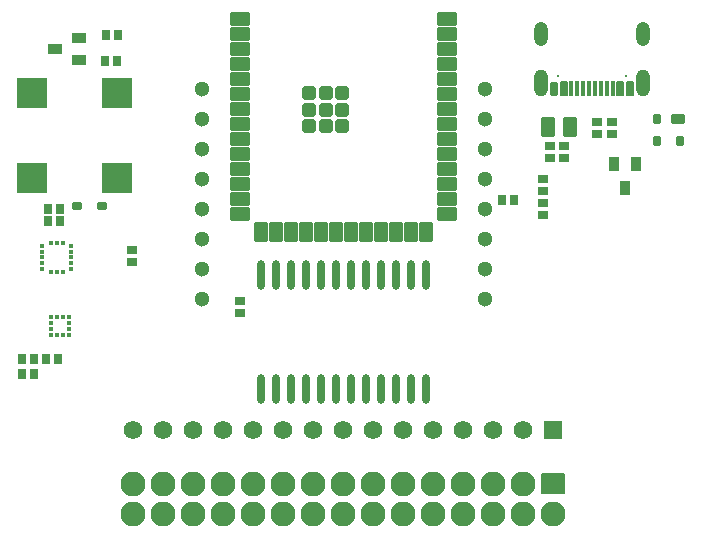
<source format=gbr>
%TF.GenerationSoftware,KiCad,Pcbnew,9.0.6*%
%TF.CreationDate,2025-12-04T12:23:30+01:00*%
%TF.ProjectId,Motherboard,4d6f7468-6572-4626-9f61-72642e6b6963,rev?*%
%TF.SameCoordinates,Original*%
%TF.FileFunction,Soldermask,Top*%
%TF.FilePolarity,Negative*%
%FSLAX46Y46*%
G04 Gerber Fmt 4.6, Leading zero omitted, Abs format (unit mm)*
G04 Created by KiCad (PCBNEW 9.0.6) date 2025-12-04 12:23:30*
%MOMM*%
%LPD*%
G01*
G04 APERTURE LIST*
G04 Aperture macros list*
%AMRoundRect*
0 Rectangle with rounded corners*
0 $1 Rounding radius*
0 $2 $3 $4 $5 $6 $7 $8 $9 X,Y pos of 4 corners*
0 Add a 4 corners polygon primitive as box body*
4,1,4,$2,$3,$4,$5,$6,$7,$8,$9,$2,$3,0*
0 Add four circle primitives for the rounded corners*
1,1,$1+$1,$2,$3*
1,1,$1+$1,$4,$5*
1,1,$1+$1,$6,$7*
1,1,$1+$1,$8,$9*
0 Add four rect primitives between the rounded corners*
20,1,$1+$1,$2,$3,$4,$5,0*
20,1,$1+$1,$4,$5,$6,$7,0*
20,1,$1+$1,$6,$7,$8,$9,0*
20,1,$1+$1,$8,$9,$2,$3,0*%
G04 Aperture macros list end*
%ADD10RoundRect,0.060000X-0.300000X-0.350000X0.300000X-0.350000X0.300000X0.350000X-0.300000X0.350000X0*%
%ADD11O,0.660010X2.532020*%
%ADD12R,0.350000X0.450000*%
%ADD13R,0.450000X0.350000*%
%ADD14R,0.350000X0.375000*%
%ADD15R,0.375000X0.350000*%
%ADD16RoundRect,0.060000X0.350000X-0.300000X0.350000X0.300000X-0.350000X0.300000X-0.350000X-0.300000X0*%
%ADD17C,1.300000*%
%ADD18RoundRect,0.101600X0.950000X0.787400X-0.950000X0.787400X-0.950000X-0.787400X0.950000X-0.787400X0*%
%ADD19C,2.103200*%
%ADD20C,1.570000*%
%ADD21R,1.570000X1.570000*%
%ADD22RoundRect,0.101600X0.500000X0.725000X-0.500000X0.725000X-0.500000X-0.725000X0.500000X-0.725000X0*%
%ADD23RoundRect,0.101600X-0.295000X-0.225000X0.295000X-0.225000X0.295000X0.225000X-0.295000X0.225000X0*%
%ADD24RoundRect,0.101600X1.200025X-1.200025X1.200025X1.200025X-1.200025X1.200025X-1.200025X-1.200025X0*%
%ADD25RoundRect,0.060000X0.300000X0.350000X-0.300000X0.350000X-0.300000X-0.350000X0.300000X-0.350000X0*%
%ADD26RoundRect,0.101600X0.500000X-0.350000X0.500000X0.350000X-0.500000X0.350000X-0.500000X-0.350000X0*%
%ADD27RoundRect,0.060000X-0.350000X0.300000X-0.350000X-0.300000X0.350000X-0.300000X0.350000X0.300000X0*%
%ADD28RoundRect,0.101600X-0.450000X-0.450000X0.450000X-0.450000X0.450000X0.450000X-0.450000X0.450000X0*%
%ADD29RoundRect,0.101600X-0.750000X-0.450000X0.750000X-0.450000X0.750000X0.450000X-0.750000X0.450000X0*%
%ADD30RoundRect,0.101600X0.450000X-0.750000X0.450000X0.750000X-0.450000X0.750000X-0.450000X-0.750000X0*%
%ADD31RoundRect,0.101600X0.750000X0.450000X-0.750000X0.450000X-0.750000X-0.450000X0.750000X-0.450000X0*%
%ADD32RoundRect,0.060000X0.150000X0.575000X-0.150000X0.575000X-0.150000X-0.575000X0.150000X-0.575000X0*%
%ADD33RoundRect,0.060000X0.250000X0.575000X-0.250000X0.575000X-0.250000X-0.575000X0.250000X-0.575000X0*%
%ADD34O,1.203200X2.053200*%
%ADD35O,1.203200X2.303200*%
%ADD36RoundRect,0.060000X0.250000X0.550000X-0.250000X0.550000X-0.250000X-0.550000X0.250000X-0.550000X0*%
%ADD37C,0.204200*%
%ADD38RoundRect,0.101600X0.350000X0.500000X-0.350000X0.500000X-0.350000X-0.500000X0.350000X-0.500000X0*%
%ADD39RoundRect,0.101600X0.450000X0.300000X-0.450000X0.300000X-0.450000X-0.300000X0.450000X-0.300000X0*%
%ADD40RoundRect,0.101600X0.250000X0.300000X-0.250000X0.300000X-0.250000X-0.300000X0.250000X-0.300000X0*%
G04 APERTURE END LIST*
D10*
%TO.C,R9*%
X128466099Y-84517115D03*
X129466099Y-84517115D03*
%TD*%
D11*
%TO.C,U6*%
X155511099Y-104842115D03*
X154241099Y-104842115D03*
X152971099Y-104842115D03*
X151701099Y-104842115D03*
X150431099Y-104842115D03*
X144081099Y-104842115D03*
X145351099Y-104842115D03*
X146621099Y-104842115D03*
X147891099Y-104842115D03*
X149161099Y-104842115D03*
X142811099Y-104842115D03*
X141541099Y-104842115D03*
X141541099Y-114494115D03*
X142811099Y-114494115D03*
X149161099Y-114494115D03*
X147891099Y-114494115D03*
X146621099Y-114494115D03*
X145351099Y-114494115D03*
X144081099Y-114494115D03*
X150431099Y-114494115D03*
X151701099Y-114494115D03*
X152971099Y-114494115D03*
X154241099Y-114494115D03*
X155511099Y-114494115D03*
%TD*%
D12*
%TO.C,U5*%
X123744099Y-102112115D03*
X124244099Y-102112115D03*
X124744099Y-102112115D03*
D13*
X125469099Y-102337115D03*
X125469099Y-102837115D03*
X125469099Y-103337115D03*
X125469099Y-103837115D03*
X125469099Y-104337115D03*
D12*
X124744099Y-104562115D03*
X124244099Y-104562115D03*
X123744099Y-104562115D03*
D13*
X123019099Y-104337115D03*
X123019099Y-103837115D03*
X123019099Y-103337115D03*
X123019099Y-102837115D03*
X123019099Y-102337115D03*
%TD*%
D14*
%TO.C,U4*%
X124252109Y-108398125D03*
X124752109Y-108398125D03*
X124752109Y-109923125D03*
X124252109Y-109923125D03*
D15*
X125264609Y-108410625D03*
X125264609Y-108910625D03*
X125264609Y-109410625D03*
X125264609Y-109910625D03*
X123739609Y-109910625D03*
X123739609Y-109410625D03*
X123739609Y-108910625D03*
X123739609Y-108410625D03*
%TD*%
D10*
%TO.C,R8*%
X128316099Y-86681115D03*
X129316099Y-86681115D03*
%TD*%
D16*
%TO.C,R7*%
X139738099Y-108009115D03*
X139738099Y-107009115D03*
%TD*%
D17*
%TO.C,L1*%
X136526119Y-89094115D03*
X136526119Y-91634115D03*
X136526119Y-94174115D03*
X136526119Y-96714115D03*
X136526119Y-99254125D03*
X136526119Y-101794125D03*
X136526119Y-104334125D03*
X136526119Y-106874125D03*
X160526079Y-106874125D03*
X160526079Y-104334125D03*
X160526079Y-101794125D03*
X160526079Y-99254125D03*
X160526079Y-96714115D03*
X160526079Y-94174115D03*
X160526079Y-91634115D03*
X160526079Y-89094115D03*
%TD*%
D18*
%TO.C,J2*%
X166306099Y-122495115D03*
D19*
X166306099Y-125035115D03*
X163766099Y-122495115D03*
X163766099Y-125035115D03*
X161226099Y-122495115D03*
X161226099Y-125035115D03*
X158686099Y-122495115D03*
X158686099Y-125035115D03*
X156146099Y-122495115D03*
X156146099Y-125035115D03*
X153606099Y-122495115D03*
X153606099Y-125035115D03*
X151066099Y-122495115D03*
X151066099Y-125035115D03*
X148526099Y-122495115D03*
X148526099Y-125035115D03*
X145986099Y-122495115D03*
X145986099Y-125035115D03*
X143446099Y-122495115D03*
X143446099Y-125035115D03*
X140906099Y-122495115D03*
X140906099Y-125035115D03*
X138366099Y-122495115D03*
X138366099Y-125035115D03*
X135826099Y-122495115D03*
X135826099Y-125035115D03*
X133286099Y-122495115D03*
X133286099Y-125035115D03*
X130746099Y-122495115D03*
X130746099Y-125035115D03*
%TD*%
D20*
%TO.C,J1*%
X130746099Y-117923115D03*
X133286099Y-117923115D03*
X135826099Y-117923115D03*
X138366099Y-117923115D03*
X140906099Y-117923115D03*
X143446099Y-117923115D03*
X145986099Y-117923115D03*
X148526099Y-117923115D03*
X151066099Y-117923115D03*
X153606099Y-117923115D03*
X156146099Y-117923115D03*
X158686099Y-117923115D03*
X161226099Y-117923115D03*
X163766099Y-117923115D03*
D21*
X166306099Y-117923115D03*
%TD*%
D22*
%TO.C,F1*%
X165839099Y-92269115D03*
X167739099Y-92269115D03*
%TD*%
D23*
%TO.C,D1*%
X125983099Y-99000115D03*
X128093099Y-99000115D03*
%TD*%
D24*
%TO.C,BUZ1*%
X122168159Y-96630935D03*
X122168409Y-89431555D03*
X129368039Y-89431295D03*
X129368039Y-96630935D03*
%TD*%
D16*
%TO.C,C1*%
X166027099Y-93936115D03*
X166027099Y-94936115D03*
%TD*%
%TO.C,C2*%
X167170099Y-93928095D03*
X167170099Y-94928085D03*
%TD*%
D10*
%TO.C,C3*%
X124490119Y-99254115D03*
X123490129Y-99254115D03*
%TD*%
D25*
%TO.C,C4*%
X123490079Y-100270115D03*
X124490069Y-100270115D03*
%TD*%
D10*
%TO.C,C5*%
X122323099Y-111954115D03*
X121323099Y-111954115D03*
%TD*%
%TO.C,C6*%
X122331119Y-113224115D03*
X121331129Y-113224115D03*
%TD*%
D25*
%TO.C,C7*%
X123363079Y-111954115D03*
X124363069Y-111954115D03*
%TD*%
D26*
%TO.C,Q1*%
X124133099Y-85665115D03*
X126133099Y-84715105D03*
X126133099Y-86615125D03*
%TD*%
D27*
%TO.C,R1*%
X171234099Y-92896135D03*
X171234099Y-91896145D03*
%TD*%
%TO.C,R2*%
X169964099Y-92896135D03*
X169964099Y-91896145D03*
%TD*%
D10*
%TO.C,R3*%
X162971119Y-98492115D03*
X161971129Y-98492115D03*
%TD*%
D27*
%TO.C,R4*%
X130594099Y-103691135D03*
X130594099Y-102691145D03*
%TD*%
%TO.C,R5*%
X165392099Y-99754135D03*
X165392099Y-98754145D03*
%TD*%
D16*
%TO.C,R6*%
X165392099Y-96722095D03*
X165392099Y-97722085D03*
%TD*%
D28*
%TO.C,U1*%
X148426069Y-92245135D03*
X148426069Y-90845085D03*
X148426069Y-89445095D03*
X147026069Y-92245135D03*
X147026069Y-90845085D03*
X147026069Y-89445095D03*
X145626069Y-92245135D03*
X145626069Y-90845085D03*
X145626069Y-89445095D03*
D29*
X157276089Y-83125115D03*
X157276089Y-84395115D03*
X157276089Y-85665115D03*
X157276089Y-86935115D03*
X157276089Y-88205115D03*
X157276089Y-89475115D03*
X157276089Y-90745115D03*
X157276089Y-92015115D03*
X157276089Y-93285115D03*
X157276089Y-94555115D03*
X157276089Y-95825115D03*
X157276089Y-97095115D03*
X157276089Y-98365115D03*
X157276089Y-99635115D03*
D30*
X155511089Y-101185125D03*
X154241089Y-101185125D03*
X152971089Y-101185125D03*
X151701089Y-101185125D03*
X150431089Y-101185125D03*
X149161089Y-101185125D03*
X147891089Y-101185125D03*
X146621089Y-101185125D03*
X145351089Y-101185125D03*
X144081089Y-101185125D03*
X142811089Y-101185125D03*
X141541089Y-101185125D03*
D31*
X139776099Y-99635115D03*
X139776099Y-98365115D03*
X139776099Y-97095115D03*
X139776099Y-95825115D03*
X139776099Y-94555115D03*
X139776099Y-93285115D03*
X139776099Y-92015115D03*
X139776099Y-90745115D03*
X139776099Y-89475115D03*
X139776099Y-88205115D03*
X139776099Y-86935115D03*
X139776099Y-85665115D03*
X139776099Y-84395115D03*
X139776099Y-83125115D03*
%TD*%
D32*
%TO.C,USB1*%
X168335099Y-89095135D03*
X170335139Y-89095135D03*
X168835119Y-89095135D03*
X167835119Y-89095135D03*
D33*
X167185139Y-89095135D03*
D34*
X165265099Y-84395115D03*
D35*
X165265099Y-88545115D03*
D36*
X166385139Y-89095135D03*
D32*
X171335139Y-89095135D03*
X169335089Y-89095135D03*
X169835119Y-89095135D03*
X170835119Y-89095135D03*
D33*
X171985129Y-89095135D03*
X172785129Y-89095135D03*
D34*
X173905109Y-84395115D03*
D35*
X173905109Y-88545115D03*
D37*
X166695119Y-87995105D03*
X172475089Y-87995105D03*
%TD*%
D38*
%TO.C,U7*%
X173327109Y-95460115D03*
X171427089Y-95460115D03*
X172377099Y-97460115D03*
%TD*%
D39*
%TO.C,U2*%
X176860099Y-91573105D03*
D40*
X175060099Y-91573105D03*
X175060099Y-93473125D03*
X177060099Y-93473125D03*
%TD*%
M02*

</source>
